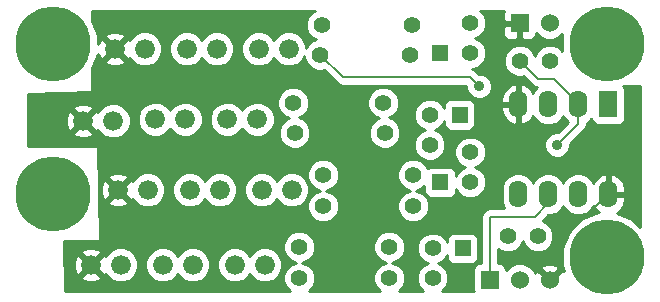
<source format=gtl>
G04 (created by PCBNEW-RS274X (2011-05-25)-stable) date Wed 26 Dec 2012 09:03:40 PM EST*
G01*
G70*
G90*
%MOIN*%
G04 Gerber Fmt 3.4, Leading zero omitted, Abs format*
%FSLAX34Y34*%
G04 APERTURE LIST*
%ADD10C,0.006000*%
%ADD11C,0.250000*%
%ADD12R,0.055000X0.055000*%
%ADD13C,0.055000*%
%ADD14R,0.062000X0.090000*%
%ADD15O,0.062000X0.090000*%
%ADD16R,0.060000X0.060000*%
%ADD17C,0.060000*%
%ADD18C,0.066000*%
%ADD19C,0.035000*%
%ADD20C,0.008000*%
%ADD21C,0.010000*%
G04 APERTURE END LIST*
G54D10*
G54D11*
X64250Y-32400D03*
X64250Y-27400D03*
X82700Y-27400D03*
X82700Y-34500D03*
G54D12*
X77900Y-34200D03*
G54D13*
X76900Y-34200D03*
X76900Y-35200D03*
G54D12*
X77150Y-32000D03*
G54D13*
X78150Y-32000D03*
X78150Y-31000D03*
G54D12*
X77800Y-29750D03*
G54D13*
X76800Y-29750D03*
X76800Y-30750D03*
G54D12*
X77150Y-27700D03*
G54D13*
X78150Y-27700D03*
X78150Y-26700D03*
X80400Y-33800D03*
X79400Y-33800D03*
X79800Y-27950D03*
X80800Y-27950D03*
G54D14*
X82750Y-29400D03*
G54D15*
X81750Y-29400D03*
X80750Y-29400D03*
X79750Y-29400D03*
X79750Y-32400D03*
X80750Y-32400D03*
X81750Y-32400D03*
X82750Y-32400D03*
G54D16*
X79800Y-26700D03*
G54D17*
X80800Y-26700D03*
G54D16*
X78800Y-35250D03*
G54D17*
X79800Y-35250D03*
X80800Y-35250D03*
G54D13*
X76150Y-27750D03*
X73150Y-27750D03*
X75300Y-30350D03*
X72300Y-30350D03*
X76250Y-32800D03*
X73250Y-32800D03*
X75450Y-35200D03*
X72450Y-35200D03*
X73200Y-26750D03*
X76200Y-26750D03*
X72250Y-29350D03*
X75250Y-29350D03*
X73250Y-31750D03*
X76250Y-31750D03*
X72450Y-34150D03*
X75450Y-34150D03*
G54D18*
X66400Y-32250D03*
X67400Y-32250D03*
X70300Y-34750D03*
X71300Y-34750D03*
X67900Y-34750D03*
X68900Y-34750D03*
X65500Y-34750D03*
X66500Y-34750D03*
X71200Y-32250D03*
X72200Y-32250D03*
X68800Y-32250D03*
X69800Y-32250D03*
X70050Y-29900D03*
X71050Y-29900D03*
X67650Y-29900D03*
X68650Y-29900D03*
X65250Y-29950D03*
X66250Y-29950D03*
X71100Y-27550D03*
X72100Y-27550D03*
X68700Y-27550D03*
X69700Y-27550D03*
X66300Y-27550D03*
X67300Y-27550D03*
G54D19*
X78450Y-28800D03*
X81050Y-30750D03*
G54D20*
X73900Y-28500D02*
X73150Y-27750D01*
X78150Y-28500D02*
X73900Y-28500D01*
X78450Y-28800D02*
X78150Y-28500D01*
X78800Y-35250D02*
X78800Y-33150D01*
X80750Y-32700D02*
X80750Y-32400D01*
X80300Y-33150D02*
X80750Y-32700D01*
X79800Y-33150D02*
X80300Y-33150D01*
X78800Y-33150D02*
X79800Y-33150D01*
X81750Y-29400D02*
X81750Y-30050D01*
X81750Y-30050D02*
X81050Y-30750D01*
X81750Y-29400D02*
X81750Y-29350D01*
X80400Y-28550D02*
X79800Y-27950D01*
X80950Y-28550D02*
X80400Y-28550D01*
X81750Y-29350D02*
X80950Y-28550D01*
X82750Y-32300D02*
X82750Y-32400D01*
X82750Y-32400D02*
X82250Y-32900D01*
G54D10*
G36*
X82448Y-33000D02*
X82403Y-33000D01*
X81852Y-33228D01*
X81429Y-33649D01*
X81201Y-34200D01*
X81200Y-34797D01*
X81271Y-34968D01*
X81178Y-34942D01*
X81108Y-35012D01*
X81108Y-34872D01*
X81081Y-34778D01*
X80879Y-34707D01*
X80666Y-34718D01*
X80519Y-34778D01*
X80492Y-34872D01*
X80800Y-35179D01*
X81108Y-34872D01*
X81108Y-35012D01*
X80871Y-35250D01*
X80800Y-35321D01*
X80729Y-35250D01*
X80694Y-35215D01*
X80422Y-34942D01*
X80328Y-34969D01*
X80304Y-35034D01*
X80265Y-34939D01*
X80111Y-34785D01*
X79909Y-34701D01*
X79691Y-34701D01*
X79489Y-34785D01*
X79349Y-34925D01*
X79349Y-34901D01*
X79311Y-34809D01*
X79241Y-34739D01*
X79150Y-34701D01*
X79090Y-34701D01*
X79090Y-34232D01*
X79102Y-34245D01*
X79295Y-34325D01*
X79504Y-34325D01*
X79697Y-34245D01*
X79845Y-34098D01*
X79900Y-33964D01*
X79955Y-34097D01*
X80102Y-34245D01*
X80295Y-34325D01*
X80504Y-34325D01*
X80697Y-34245D01*
X80845Y-34098D01*
X80925Y-33905D01*
X80925Y-33696D01*
X80845Y-33503D01*
X80698Y-33355D01*
X80561Y-33298D01*
X80758Y-33102D01*
X80859Y-33102D01*
X81061Y-33018D01*
X81215Y-32864D01*
X81250Y-32779D01*
X81285Y-32864D01*
X81439Y-33018D01*
X81641Y-33102D01*
X81859Y-33102D01*
X82061Y-33018D01*
X82215Y-32864D01*
X82248Y-32784D01*
X82368Y-32950D01*
X82448Y-33000D01*
X82448Y-33000D01*
G37*
G54D21*
X82448Y-33000D02*
X82403Y-33000D01*
X81852Y-33228D01*
X81429Y-33649D01*
X81201Y-34200D01*
X81200Y-34797D01*
X81271Y-34968D01*
X81178Y-34942D01*
X81108Y-35012D01*
X81108Y-34872D01*
X81081Y-34778D01*
X80879Y-34707D01*
X80666Y-34718D01*
X80519Y-34778D01*
X80492Y-34872D01*
X80800Y-35179D01*
X81108Y-34872D01*
X81108Y-35012D01*
X80871Y-35250D01*
X80800Y-35321D01*
X80729Y-35250D01*
X80694Y-35215D01*
X80422Y-34942D01*
X80328Y-34969D01*
X80304Y-35034D01*
X80265Y-34939D01*
X80111Y-34785D01*
X79909Y-34701D01*
X79691Y-34701D01*
X79489Y-34785D01*
X79349Y-34925D01*
X79349Y-34901D01*
X79311Y-34809D01*
X79241Y-34739D01*
X79150Y-34701D01*
X79090Y-34701D01*
X79090Y-34232D01*
X79102Y-34245D01*
X79295Y-34325D01*
X79504Y-34325D01*
X79697Y-34245D01*
X79845Y-34098D01*
X79900Y-33964D01*
X79955Y-34097D01*
X80102Y-34245D01*
X80295Y-34325D01*
X80504Y-34325D01*
X80697Y-34245D01*
X80845Y-34098D01*
X80925Y-33905D01*
X80925Y-33696D01*
X80845Y-33503D01*
X80698Y-33355D01*
X80561Y-33298D01*
X80758Y-33102D01*
X80859Y-33102D01*
X81061Y-33018D01*
X81215Y-32864D01*
X81250Y-32779D01*
X81285Y-32864D01*
X81439Y-33018D01*
X81641Y-33102D01*
X81859Y-33102D01*
X82061Y-33018D01*
X82215Y-32864D01*
X82248Y-32784D01*
X82368Y-32950D01*
X82448Y-33000D01*
G54D10*
G36*
X83825Y-33504D02*
X83551Y-33229D01*
X83029Y-33013D01*
X83132Y-32950D01*
X83260Y-32773D01*
X83310Y-32560D01*
X83310Y-32450D01*
X83310Y-32350D01*
X83310Y-32240D01*
X83260Y-32027D01*
X83132Y-31850D01*
X82946Y-31735D01*
X82887Y-31718D01*
X82800Y-31765D01*
X82800Y-32350D01*
X83310Y-32350D01*
X83310Y-32450D01*
X82850Y-32450D01*
X82800Y-32450D01*
X82700Y-32450D01*
X82700Y-32350D01*
X82700Y-32300D01*
X82700Y-31765D01*
X82613Y-31718D01*
X82554Y-31735D01*
X82368Y-31850D01*
X82248Y-32015D01*
X82215Y-31936D01*
X82061Y-31782D01*
X81859Y-31698D01*
X81641Y-31698D01*
X81439Y-31782D01*
X81285Y-31936D01*
X81250Y-32020D01*
X81215Y-31936D01*
X81061Y-31782D01*
X80859Y-31698D01*
X80641Y-31698D01*
X80439Y-31782D01*
X80285Y-31936D01*
X80250Y-32020D01*
X80215Y-31936D01*
X80061Y-31782D01*
X79859Y-31698D01*
X79700Y-31698D01*
X79700Y-30035D01*
X79700Y-29450D01*
X79700Y-29350D01*
X79700Y-28765D01*
X79613Y-28718D01*
X79554Y-28735D01*
X79368Y-28850D01*
X79240Y-29027D01*
X79190Y-29240D01*
X79190Y-29350D01*
X79700Y-29350D01*
X79700Y-29450D01*
X79190Y-29450D01*
X79190Y-29560D01*
X79240Y-29773D01*
X79368Y-29950D01*
X79554Y-30065D01*
X79613Y-30082D01*
X79700Y-30035D01*
X79700Y-31698D01*
X79641Y-31698D01*
X79439Y-31782D01*
X79285Y-31936D01*
X79201Y-32138D01*
X79201Y-32356D01*
X79201Y-32662D01*
X79283Y-32860D01*
X78800Y-32860D01*
X78689Y-32882D01*
X78675Y-32891D01*
X78675Y-32105D01*
X78675Y-31896D01*
X78595Y-31703D01*
X78448Y-31555D01*
X78314Y-31499D01*
X78447Y-31445D01*
X78595Y-31298D01*
X78675Y-31105D01*
X78675Y-30896D01*
X78595Y-30703D01*
X78448Y-30555D01*
X78324Y-30503D01*
X78324Y-30075D01*
X78324Y-29976D01*
X78324Y-29426D01*
X78286Y-29334D01*
X78216Y-29264D01*
X78125Y-29226D01*
X78026Y-29226D01*
X77476Y-29226D01*
X77384Y-29264D01*
X77314Y-29334D01*
X77276Y-29425D01*
X77276Y-29524D01*
X77276Y-29527D01*
X77245Y-29453D01*
X77098Y-29305D01*
X76905Y-29225D01*
X76696Y-29225D01*
X76503Y-29305D01*
X76355Y-29452D01*
X76275Y-29645D01*
X76275Y-29854D01*
X76355Y-30047D01*
X76502Y-30195D01*
X76635Y-30250D01*
X76503Y-30305D01*
X76355Y-30452D01*
X76275Y-30645D01*
X76275Y-30854D01*
X76355Y-31047D01*
X76502Y-31195D01*
X76695Y-31275D01*
X76904Y-31275D01*
X77097Y-31195D01*
X77245Y-31048D01*
X77325Y-30855D01*
X77325Y-30646D01*
X77245Y-30453D01*
X77098Y-30305D01*
X76964Y-30249D01*
X77097Y-30195D01*
X77245Y-30048D01*
X77276Y-29973D01*
X77276Y-30074D01*
X77314Y-30166D01*
X77384Y-30236D01*
X77475Y-30274D01*
X77574Y-30274D01*
X78124Y-30274D01*
X78216Y-30236D01*
X78286Y-30166D01*
X78324Y-30075D01*
X78324Y-30503D01*
X78255Y-30475D01*
X78046Y-30475D01*
X77853Y-30555D01*
X77705Y-30702D01*
X77625Y-30895D01*
X77625Y-31104D01*
X77705Y-31297D01*
X77852Y-31445D01*
X77985Y-31500D01*
X77853Y-31555D01*
X77705Y-31702D01*
X77674Y-31776D01*
X77674Y-31676D01*
X77636Y-31584D01*
X77566Y-31514D01*
X77475Y-31476D01*
X77376Y-31476D01*
X76826Y-31476D01*
X76734Y-31514D01*
X76724Y-31523D01*
X76695Y-31453D01*
X76548Y-31305D01*
X76355Y-31225D01*
X76146Y-31225D01*
X75953Y-31305D01*
X75825Y-31432D01*
X75825Y-30455D01*
X75825Y-30246D01*
X75745Y-30053D01*
X75598Y-29905D01*
X75439Y-29839D01*
X75547Y-29795D01*
X75695Y-29648D01*
X75775Y-29455D01*
X75775Y-29246D01*
X75695Y-29053D01*
X75548Y-28905D01*
X75355Y-28825D01*
X75146Y-28825D01*
X74953Y-28905D01*
X74805Y-29052D01*
X74725Y-29245D01*
X74725Y-29454D01*
X74805Y-29647D01*
X74952Y-29795D01*
X75110Y-29860D01*
X75003Y-29905D01*
X74855Y-30052D01*
X74775Y-30245D01*
X74775Y-30454D01*
X74855Y-30647D01*
X75002Y-30795D01*
X75195Y-30875D01*
X75404Y-30875D01*
X75597Y-30795D01*
X75745Y-30648D01*
X75825Y-30455D01*
X75825Y-31432D01*
X75805Y-31452D01*
X75725Y-31645D01*
X75725Y-31854D01*
X75805Y-32047D01*
X75952Y-32195D01*
X76145Y-32275D01*
X75953Y-32355D01*
X75805Y-32502D01*
X75725Y-32695D01*
X75725Y-32904D01*
X75805Y-33097D01*
X75952Y-33245D01*
X76145Y-33325D01*
X76354Y-33325D01*
X76547Y-33245D01*
X76695Y-33098D01*
X76775Y-32905D01*
X76775Y-32696D01*
X76695Y-32503D01*
X76548Y-32355D01*
X76355Y-32275D01*
X76354Y-32275D01*
X76547Y-32195D01*
X76626Y-32116D01*
X76626Y-32324D01*
X76664Y-32416D01*
X76734Y-32486D01*
X76825Y-32524D01*
X76924Y-32524D01*
X77474Y-32524D01*
X77566Y-32486D01*
X77636Y-32416D01*
X77674Y-32325D01*
X77674Y-32226D01*
X77674Y-32222D01*
X77705Y-32297D01*
X77852Y-32445D01*
X78045Y-32525D01*
X78254Y-32525D01*
X78447Y-32445D01*
X78595Y-32298D01*
X78675Y-32105D01*
X78675Y-32891D01*
X78595Y-32945D01*
X78532Y-33039D01*
X78510Y-33150D01*
X78510Y-34701D01*
X78451Y-34701D01*
X78359Y-34739D01*
X78289Y-34809D01*
X78251Y-34900D01*
X78251Y-34999D01*
X78251Y-35599D01*
X78261Y-35625D01*
X77217Y-35625D01*
X77345Y-35498D01*
X77425Y-35305D01*
X77425Y-35096D01*
X77345Y-34903D01*
X77198Y-34755D01*
X77064Y-34699D01*
X77197Y-34645D01*
X77345Y-34498D01*
X77376Y-34423D01*
X77376Y-34524D01*
X77414Y-34616D01*
X77484Y-34686D01*
X77575Y-34724D01*
X77674Y-34724D01*
X78224Y-34724D01*
X78316Y-34686D01*
X78386Y-34616D01*
X78424Y-34525D01*
X78424Y-34426D01*
X78424Y-33876D01*
X78386Y-33784D01*
X78316Y-33714D01*
X78225Y-33676D01*
X78126Y-33676D01*
X77576Y-33676D01*
X77484Y-33714D01*
X77414Y-33784D01*
X77376Y-33875D01*
X77376Y-33974D01*
X77376Y-33977D01*
X77345Y-33903D01*
X77198Y-33755D01*
X77005Y-33675D01*
X76796Y-33675D01*
X76603Y-33755D01*
X76455Y-33902D01*
X76375Y-34095D01*
X76375Y-34304D01*
X76455Y-34497D01*
X76602Y-34645D01*
X76735Y-34700D01*
X76603Y-34755D01*
X76455Y-34902D01*
X76375Y-35095D01*
X76375Y-35304D01*
X76455Y-35497D01*
X76582Y-35625D01*
X75767Y-35625D01*
X75895Y-35498D01*
X75975Y-35305D01*
X75975Y-35096D01*
X75895Y-34903D01*
X75748Y-34755D01*
X75555Y-34675D01*
X75554Y-34675D01*
X75747Y-34595D01*
X75895Y-34448D01*
X75975Y-34255D01*
X75975Y-34046D01*
X75895Y-33853D01*
X75748Y-33705D01*
X75555Y-33625D01*
X75346Y-33625D01*
X75153Y-33705D01*
X75005Y-33852D01*
X74925Y-34045D01*
X74925Y-34254D01*
X75005Y-34447D01*
X75152Y-34595D01*
X75345Y-34675D01*
X75153Y-34755D01*
X75005Y-34902D01*
X74925Y-35095D01*
X74925Y-35304D01*
X75005Y-35497D01*
X75132Y-35625D01*
X73775Y-35625D01*
X73775Y-32905D01*
X73775Y-32696D01*
X73695Y-32503D01*
X73548Y-32355D01*
X73355Y-32275D01*
X73354Y-32275D01*
X73547Y-32195D01*
X73695Y-32048D01*
X73775Y-31855D01*
X73775Y-31646D01*
X73695Y-31453D01*
X73548Y-31305D01*
X73355Y-31225D01*
X73146Y-31225D01*
X72953Y-31305D01*
X72825Y-31432D01*
X72825Y-30455D01*
X72825Y-30246D01*
X72745Y-30053D01*
X72598Y-29905D01*
X72439Y-29839D01*
X72547Y-29795D01*
X72695Y-29648D01*
X72775Y-29455D01*
X72775Y-29246D01*
X72695Y-29053D01*
X72548Y-28905D01*
X72355Y-28825D01*
X72146Y-28825D01*
X71953Y-28905D01*
X71805Y-29052D01*
X71725Y-29245D01*
X71725Y-29454D01*
X71805Y-29647D01*
X71952Y-29795D01*
X72110Y-29860D01*
X72003Y-29905D01*
X71855Y-30052D01*
X71775Y-30245D01*
X71775Y-30454D01*
X71855Y-30647D01*
X72002Y-30795D01*
X72195Y-30875D01*
X72404Y-30875D01*
X72597Y-30795D01*
X72745Y-30648D01*
X72825Y-30455D01*
X72825Y-31432D01*
X72805Y-31452D01*
X72725Y-31645D01*
X72725Y-31854D01*
X72805Y-32047D01*
X72952Y-32195D01*
X73145Y-32275D01*
X72953Y-32355D01*
X72805Y-32502D01*
X72780Y-32562D01*
X72780Y-32366D01*
X72780Y-32135D01*
X72692Y-31922D01*
X72529Y-31759D01*
X72316Y-31670D01*
X72085Y-31670D01*
X71872Y-31758D01*
X71709Y-31921D01*
X71700Y-31941D01*
X71692Y-31922D01*
X71630Y-31860D01*
X71630Y-30016D01*
X71630Y-29785D01*
X71542Y-29572D01*
X71379Y-29409D01*
X71166Y-29320D01*
X70935Y-29320D01*
X70722Y-29408D01*
X70559Y-29571D01*
X70550Y-29591D01*
X70542Y-29572D01*
X70379Y-29409D01*
X70280Y-29367D01*
X70280Y-27666D01*
X70280Y-27435D01*
X70192Y-27222D01*
X70029Y-27059D01*
X69816Y-26970D01*
X69585Y-26970D01*
X69372Y-27058D01*
X69209Y-27221D01*
X69200Y-27241D01*
X69192Y-27222D01*
X69029Y-27059D01*
X68816Y-26970D01*
X68585Y-26970D01*
X68372Y-27058D01*
X68209Y-27221D01*
X68120Y-27434D01*
X68120Y-27665D01*
X68208Y-27878D01*
X68371Y-28041D01*
X68584Y-28130D01*
X68815Y-28130D01*
X69028Y-28042D01*
X69191Y-27879D01*
X69199Y-27858D01*
X69208Y-27878D01*
X69371Y-28041D01*
X69584Y-28130D01*
X69815Y-28130D01*
X70028Y-28042D01*
X70191Y-27879D01*
X70280Y-27666D01*
X70280Y-29367D01*
X70166Y-29320D01*
X69935Y-29320D01*
X69722Y-29408D01*
X69559Y-29571D01*
X69470Y-29784D01*
X69470Y-30015D01*
X69558Y-30228D01*
X69721Y-30391D01*
X69934Y-30480D01*
X70165Y-30480D01*
X70378Y-30392D01*
X70541Y-30229D01*
X70549Y-30208D01*
X70558Y-30228D01*
X70721Y-30391D01*
X70934Y-30480D01*
X71165Y-30480D01*
X71378Y-30392D01*
X71541Y-30229D01*
X71630Y-30016D01*
X71630Y-31860D01*
X71529Y-31759D01*
X71316Y-31670D01*
X71085Y-31670D01*
X70872Y-31758D01*
X70709Y-31921D01*
X70620Y-32134D01*
X70620Y-32365D01*
X70708Y-32578D01*
X70871Y-32741D01*
X71084Y-32830D01*
X71315Y-32830D01*
X71528Y-32742D01*
X71691Y-32579D01*
X71699Y-32558D01*
X71708Y-32578D01*
X71871Y-32741D01*
X72084Y-32830D01*
X72315Y-32830D01*
X72528Y-32742D01*
X72691Y-32579D01*
X72780Y-32366D01*
X72780Y-32562D01*
X72725Y-32695D01*
X72725Y-32904D01*
X72805Y-33097D01*
X72952Y-33245D01*
X73145Y-33325D01*
X73354Y-33325D01*
X73547Y-33245D01*
X73695Y-33098D01*
X73775Y-32905D01*
X73775Y-35625D01*
X72767Y-35625D01*
X72895Y-35498D01*
X72975Y-35305D01*
X72975Y-35096D01*
X72895Y-34903D01*
X72748Y-34755D01*
X72555Y-34675D01*
X72554Y-34675D01*
X72747Y-34595D01*
X72895Y-34448D01*
X72975Y-34255D01*
X72975Y-34046D01*
X72895Y-33853D01*
X72748Y-33705D01*
X72555Y-33625D01*
X72346Y-33625D01*
X72153Y-33705D01*
X72005Y-33852D01*
X71925Y-34045D01*
X71925Y-34254D01*
X72005Y-34447D01*
X72152Y-34595D01*
X72345Y-34675D01*
X72153Y-34755D01*
X72005Y-34902D01*
X71925Y-35095D01*
X71925Y-35304D01*
X72005Y-35497D01*
X72132Y-35625D01*
X71880Y-35625D01*
X71880Y-34866D01*
X71880Y-34635D01*
X71792Y-34422D01*
X71629Y-34259D01*
X71416Y-34170D01*
X71185Y-34170D01*
X70972Y-34258D01*
X70809Y-34421D01*
X70800Y-34441D01*
X70792Y-34422D01*
X70629Y-34259D01*
X70416Y-34170D01*
X70380Y-34170D01*
X70380Y-32366D01*
X70380Y-32135D01*
X70292Y-31922D01*
X70129Y-31759D01*
X69916Y-31670D01*
X69685Y-31670D01*
X69472Y-31758D01*
X69309Y-31921D01*
X69300Y-31941D01*
X69292Y-31922D01*
X69230Y-31860D01*
X69230Y-30016D01*
X69230Y-29785D01*
X69142Y-29572D01*
X68979Y-29409D01*
X68766Y-29320D01*
X68535Y-29320D01*
X68322Y-29408D01*
X68159Y-29571D01*
X68150Y-29591D01*
X68142Y-29572D01*
X67979Y-29409D01*
X67880Y-29367D01*
X67880Y-27666D01*
X67880Y-27435D01*
X67792Y-27222D01*
X67629Y-27059D01*
X67416Y-26970D01*
X67185Y-26970D01*
X66972Y-27058D01*
X66809Y-27221D01*
X66796Y-27252D01*
X66700Y-27221D01*
X66629Y-27292D01*
X66629Y-27150D01*
X66598Y-27054D01*
X66386Y-26977D01*
X66161Y-26988D01*
X66002Y-27054D01*
X65971Y-27150D01*
X66300Y-27479D01*
X66629Y-27150D01*
X66629Y-27292D01*
X66371Y-27550D01*
X66700Y-27879D01*
X66795Y-27848D01*
X66796Y-27848D01*
X66808Y-27878D01*
X66971Y-28041D01*
X67184Y-28130D01*
X67415Y-28130D01*
X67628Y-28042D01*
X67791Y-27879D01*
X67880Y-27666D01*
X67880Y-29367D01*
X67766Y-29320D01*
X67535Y-29320D01*
X67322Y-29408D01*
X67159Y-29571D01*
X67070Y-29784D01*
X67070Y-30015D01*
X67158Y-30228D01*
X67321Y-30391D01*
X67534Y-30480D01*
X67765Y-30480D01*
X67978Y-30392D01*
X68141Y-30229D01*
X68149Y-30208D01*
X68158Y-30228D01*
X68321Y-30391D01*
X68534Y-30480D01*
X68765Y-30480D01*
X68978Y-30392D01*
X69141Y-30229D01*
X69230Y-30016D01*
X69230Y-31860D01*
X69129Y-31759D01*
X68916Y-31670D01*
X68685Y-31670D01*
X68472Y-31758D01*
X68309Y-31921D01*
X68220Y-32134D01*
X68220Y-32365D01*
X68308Y-32578D01*
X68471Y-32741D01*
X68684Y-32830D01*
X68915Y-32830D01*
X69128Y-32742D01*
X69291Y-32579D01*
X69299Y-32558D01*
X69308Y-32578D01*
X69471Y-32741D01*
X69684Y-32830D01*
X69915Y-32830D01*
X70128Y-32742D01*
X70291Y-32579D01*
X70380Y-32366D01*
X70380Y-34170D01*
X70185Y-34170D01*
X69972Y-34258D01*
X69809Y-34421D01*
X69720Y-34634D01*
X69720Y-34865D01*
X69808Y-35078D01*
X69971Y-35241D01*
X70184Y-35330D01*
X70415Y-35330D01*
X70628Y-35242D01*
X70791Y-35079D01*
X70799Y-35058D01*
X70808Y-35078D01*
X70971Y-35241D01*
X71184Y-35330D01*
X71415Y-35330D01*
X71628Y-35242D01*
X71791Y-35079D01*
X71880Y-34866D01*
X71880Y-35625D01*
X69480Y-35625D01*
X69480Y-34866D01*
X69480Y-34635D01*
X69392Y-34422D01*
X69229Y-34259D01*
X69016Y-34170D01*
X68785Y-34170D01*
X68572Y-34258D01*
X68409Y-34421D01*
X68400Y-34441D01*
X68392Y-34422D01*
X68229Y-34259D01*
X68016Y-34170D01*
X67980Y-34170D01*
X67980Y-32366D01*
X67980Y-32135D01*
X67892Y-31922D01*
X67729Y-31759D01*
X67516Y-31670D01*
X67285Y-31670D01*
X67072Y-31758D01*
X66909Y-31921D01*
X66896Y-31952D01*
X66830Y-31930D01*
X66830Y-30066D01*
X66830Y-29835D01*
X66742Y-29622D01*
X66629Y-29509D01*
X66629Y-27950D01*
X66300Y-27621D01*
X65971Y-27950D01*
X66002Y-28046D01*
X66214Y-28123D01*
X66439Y-28112D01*
X66598Y-28046D01*
X66629Y-27950D01*
X66629Y-29509D01*
X66579Y-29459D01*
X66366Y-29370D01*
X66135Y-29370D01*
X65922Y-29458D01*
X65759Y-29621D01*
X65746Y-29652D01*
X65650Y-29621D01*
X65579Y-29692D01*
X65579Y-29550D01*
X65548Y-29454D01*
X65336Y-29377D01*
X65111Y-29388D01*
X64952Y-29454D01*
X64921Y-29550D01*
X65250Y-29879D01*
X65579Y-29550D01*
X65579Y-29692D01*
X65321Y-29950D01*
X65650Y-30279D01*
X65745Y-30248D01*
X65746Y-30248D01*
X65758Y-30278D01*
X65921Y-30441D01*
X66134Y-30530D01*
X66365Y-30530D01*
X66578Y-30442D01*
X66741Y-30279D01*
X66830Y-30066D01*
X66830Y-31930D01*
X66800Y-31921D01*
X66729Y-31992D01*
X66729Y-31850D01*
X66698Y-31754D01*
X66486Y-31677D01*
X66261Y-31688D01*
X66102Y-31754D01*
X66071Y-31850D01*
X66400Y-32179D01*
X66729Y-31850D01*
X66729Y-31992D01*
X66471Y-32250D01*
X66800Y-32579D01*
X66895Y-32548D01*
X66896Y-32548D01*
X66908Y-32578D01*
X67071Y-32741D01*
X67284Y-32830D01*
X67515Y-32830D01*
X67728Y-32742D01*
X67891Y-32579D01*
X67980Y-32366D01*
X67980Y-34170D01*
X67785Y-34170D01*
X67572Y-34258D01*
X67409Y-34421D01*
X67320Y-34634D01*
X67320Y-34865D01*
X67408Y-35078D01*
X67571Y-35241D01*
X67784Y-35330D01*
X68015Y-35330D01*
X68228Y-35242D01*
X68391Y-35079D01*
X68399Y-35058D01*
X68408Y-35078D01*
X68571Y-35241D01*
X68784Y-35330D01*
X69015Y-35330D01*
X69228Y-35242D01*
X69391Y-35079D01*
X69480Y-34866D01*
X69480Y-35625D01*
X67080Y-35625D01*
X67080Y-34866D01*
X67080Y-34635D01*
X66992Y-34422D01*
X66829Y-34259D01*
X66729Y-34217D01*
X66729Y-32650D01*
X66400Y-32321D01*
X66329Y-32392D01*
X66329Y-32250D01*
X66000Y-31921D01*
X65904Y-31952D01*
X65827Y-32164D01*
X65838Y-32389D01*
X65904Y-32548D01*
X66000Y-32579D01*
X66329Y-32250D01*
X66329Y-32392D01*
X66071Y-32650D01*
X66102Y-32746D01*
X66314Y-32823D01*
X66539Y-32812D01*
X66698Y-32746D01*
X66729Y-32650D01*
X66729Y-34217D01*
X66616Y-34170D01*
X66385Y-34170D01*
X66172Y-34258D01*
X66009Y-34421D01*
X65996Y-34452D01*
X65900Y-34421D01*
X65829Y-34492D01*
X65829Y-34350D01*
X65798Y-34254D01*
X65586Y-34177D01*
X65361Y-34188D01*
X65202Y-34254D01*
X65171Y-34350D01*
X65500Y-34679D01*
X65829Y-34350D01*
X65829Y-34492D01*
X65571Y-34750D01*
X65900Y-35079D01*
X65995Y-35048D01*
X65996Y-35048D01*
X66008Y-35078D01*
X66171Y-35241D01*
X66384Y-35330D01*
X66615Y-35330D01*
X66828Y-35242D01*
X66991Y-35079D01*
X67080Y-34866D01*
X67080Y-35625D01*
X65829Y-35625D01*
X65829Y-35150D01*
X65500Y-34821D01*
X65429Y-34892D01*
X65429Y-34750D01*
X65100Y-34421D01*
X65004Y-34452D01*
X64927Y-34664D01*
X64938Y-34889D01*
X65004Y-35048D01*
X65100Y-35079D01*
X65429Y-34750D01*
X65429Y-34892D01*
X65171Y-35150D01*
X65202Y-35246D01*
X65414Y-35323D01*
X65639Y-35312D01*
X65798Y-35246D01*
X65829Y-35150D01*
X65829Y-35625D01*
X64642Y-35625D01*
X64601Y-33950D01*
X65801Y-33950D01*
X65749Y-30800D01*
X65579Y-30800D01*
X65579Y-30350D01*
X65250Y-30021D01*
X65179Y-30092D01*
X65179Y-29950D01*
X64850Y-29621D01*
X64754Y-29652D01*
X64677Y-29864D01*
X64688Y-30089D01*
X64754Y-30248D01*
X64850Y-30279D01*
X65179Y-29950D01*
X65179Y-30092D01*
X64921Y-30350D01*
X64952Y-30446D01*
X65164Y-30523D01*
X65389Y-30512D01*
X65548Y-30446D01*
X65579Y-30350D01*
X65579Y-30800D01*
X63400Y-30800D01*
X63400Y-29049D01*
X65550Y-28999D01*
X65550Y-28180D01*
X65745Y-27707D01*
X65804Y-27848D01*
X65900Y-27879D01*
X66229Y-27550D01*
X65900Y-27221D01*
X65804Y-27252D01*
X65749Y-27402D01*
X65750Y-27103D01*
X65550Y-26619D01*
X65550Y-26275D01*
X72975Y-26275D01*
X72903Y-26305D01*
X72755Y-26452D01*
X72675Y-26645D01*
X72675Y-26854D01*
X72755Y-27047D01*
X72902Y-27195D01*
X73010Y-27239D01*
X72853Y-27305D01*
X72705Y-27452D01*
X72680Y-27512D01*
X72680Y-27435D01*
X72592Y-27222D01*
X72429Y-27059D01*
X72216Y-26970D01*
X71985Y-26970D01*
X71772Y-27058D01*
X71609Y-27221D01*
X71600Y-27241D01*
X71592Y-27222D01*
X71429Y-27059D01*
X71216Y-26970D01*
X70985Y-26970D01*
X70772Y-27058D01*
X70609Y-27221D01*
X70520Y-27434D01*
X70520Y-27665D01*
X70608Y-27878D01*
X70771Y-28041D01*
X70984Y-28130D01*
X71215Y-28130D01*
X71428Y-28042D01*
X71591Y-27879D01*
X71599Y-27858D01*
X71608Y-27878D01*
X71771Y-28041D01*
X71984Y-28130D01*
X72215Y-28130D01*
X72428Y-28042D01*
X72591Y-27879D01*
X72625Y-27797D01*
X72625Y-27854D01*
X72705Y-28047D01*
X72852Y-28195D01*
X73045Y-28275D01*
X73254Y-28275D01*
X73261Y-28271D01*
X73694Y-28705D01*
X73695Y-28705D01*
X73789Y-28768D01*
X73900Y-28790D01*
X78025Y-28790D01*
X78025Y-28884D01*
X78089Y-29040D01*
X78209Y-29160D01*
X78365Y-29225D01*
X78534Y-29225D01*
X78690Y-29161D01*
X78810Y-29041D01*
X78875Y-28885D01*
X78875Y-28716D01*
X78811Y-28560D01*
X78691Y-28440D01*
X78535Y-28375D01*
X78435Y-28375D01*
X78355Y-28295D01*
X78261Y-28232D01*
X78225Y-28225D01*
X78254Y-28225D01*
X78447Y-28145D01*
X78595Y-27998D01*
X78675Y-27805D01*
X78675Y-27596D01*
X78595Y-27403D01*
X78448Y-27255D01*
X78314Y-27199D01*
X78447Y-27145D01*
X78595Y-26998D01*
X78675Y-26805D01*
X78675Y-26596D01*
X78595Y-26403D01*
X78467Y-26275D01*
X79282Y-26275D01*
X79251Y-26350D01*
X79251Y-26449D01*
X79250Y-26588D01*
X79312Y-26650D01*
X79700Y-26650D01*
X79750Y-26650D01*
X79850Y-26650D01*
X79850Y-26750D01*
X79850Y-26800D01*
X79850Y-27188D01*
X79912Y-27250D01*
X80149Y-27249D01*
X80241Y-27211D01*
X80311Y-27141D01*
X80349Y-27050D01*
X80349Y-27025D01*
X80489Y-27165D01*
X80691Y-27249D01*
X80909Y-27249D01*
X81111Y-27165D01*
X81218Y-27057D01*
X81201Y-27100D01*
X81200Y-27607D01*
X81098Y-27505D01*
X80905Y-27425D01*
X80696Y-27425D01*
X80503Y-27505D01*
X80355Y-27652D01*
X80299Y-27785D01*
X80245Y-27653D01*
X80098Y-27505D01*
X79905Y-27425D01*
X79750Y-27425D01*
X79750Y-27188D01*
X79750Y-26750D01*
X79312Y-26750D01*
X79250Y-26812D01*
X79251Y-26951D01*
X79251Y-27050D01*
X79289Y-27141D01*
X79359Y-27211D01*
X79451Y-27249D01*
X79688Y-27250D01*
X79750Y-27188D01*
X79750Y-27425D01*
X79696Y-27425D01*
X79503Y-27505D01*
X79355Y-27652D01*
X79275Y-27845D01*
X79275Y-28054D01*
X79355Y-28247D01*
X79502Y-28395D01*
X79695Y-28475D01*
X79904Y-28475D01*
X79911Y-28471D01*
X80195Y-28755D01*
X80289Y-28818D01*
X80384Y-28836D01*
X80285Y-28936D01*
X80251Y-29015D01*
X80132Y-28850D01*
X79946Y-28735D01*
X79887Y-28718D01*
X79800Y-28765D01*
X79800Y-29300D01*
X79800Y-29350D01*
X79800Y-29450D01*
X79800Y-29500D01*
X79800Y-30035D01*
X79887Y-30082D01*
X79946Y-30065D01*
X80132Y-29950D01*
X80251Y-29784D01*
X80285Y-29864D01*
X80439Y-30018D01*
X80641Y-30102D01*
X80859Y-30102D01*
X81061Y-30018D01*
X81215Y-29864D01*
X81250Y-29779D01*
X81285Y-29864D01*
X81405Y-29984D01*
X81065Y-30325D01*
X80966Y-30325D01*
X80810Y-30389D01*
X80690Y-30509D01*
X80625Y-30665D01*
X80625Y-30834D01*
X80689Y-30990D01*
X80809Y-31110D01*
X80965Y-31175D01*
X81134Y-31175D01*
X81290Y-31111D01*
X81410Y-30991D01*
X81475Y-30835D01*
X81475Y-30735D01*
X81954Y-30256D01*
X81954Y-30255D01*
X81955Y-30255D01*
X82017Y-30162D01*
X82018Y-30161D01*
X82039Y-30051D01*
X82040Y-30050D01*
X82040Y-30026D01*
X82061Y-30018D01*
X82191Y-29888D01*
X82191Y-29899D01*
X82229Y-29991D01*
X82299Y-30061D01*
X82390Y-30099D01*
X82489Y-30099D01*
X83109Y-30099D01*
X83201Y-30061D01*
X83271Y-29991D01*
X83309Y-29900D01*
X83309Y-29801D01*
X83309Y-28901D01*
X83271Y-28809D01*
X83255Y-28793D01*
X83269Y-28787D01*
X83825Y-28798D01*
X83825Y-33504D01*
X83825Y-33504D01*
G37*
G54D21*
X83825Y-33504D02*
X83551Y-33229D01*
X83029Y-33013D01*
X83132Y-32950D01*
X83260Y-32773D01*
X83310Y-32560D01*
X83310Y-32450D01*
X83310Y-32350D01*
X83310Y-32240D01*
X83260Y-32027D01*
X83132Y-31850D01*
X82946Y-31735D01*
X82887Y-31718D01*
X82800Y-31765D01*
X82800Y-32350D01*
X83310Y-32350D01*
X83310Y-32450D01*
X82850Y-32450D01*
X82800Y-32450D01*
X82700Y-32450D01*
X82700Y-32350D01*
X82700Y-32300D01*
X82700Y-31765D01*
X82613Y-31718D01*
X82554Y-31735D01*
X82368Y-31850D01*
X82248Y-32015D01*
X82215Y-31936D01*
X82061Y-31782D01*
X81859Y-31698D01*
X81641Y-31698D01*
X81439Y-31782D01*
X81285Y-31936D01*
X81250Y-32020D01*
X81215Y-31936D01*
X81061Y-31782D01*
X80859Y-31698D01*
X80641Y-31698D01*
X80439Y-31782D01*
X80285Y-31936D01*
X80250Y-32020D01*
X80215Y-31936D01*
X80061Y-31782D01*
X79859Y-31698D01*
X79700Y-31698D01*
X79700Y-30035D01*
X79700Y-29450D01*
X79700Y-29350D01*
X79700Y-28765D01*
X79613Y-28718D01*
X79554Y-28735D01*
X79368Y-28850D01*
X79240Y-29027D01*
X79190Y-29240D01*
X79190Y-29350D01*
X79700Y-29350D01*
X79700Y-29450D01*
X79190Y-29450D01*
X79190Y-29560D01*
X79240Y-29773D01*
X79368Y-29950D01*
X79554Y-30065D01*
X79613Y-30082D01*
X79700Y-30035D01*
X79700Y-31698D01*
X79641Y-31698D01*
X79439Y-31782D01*
X79285Y-31936D01*
X79201Y-32138D01*
X79201Y-32356D01*
X79201Y-32662D01*
X79283Y-32860D01*
X78800Y-32860D01*
X78689Y-32882D01*
X78675Y-32891D01*
X78675Y-32105D01*
X78675Y-31896D01*
X78595Y-31703D01*
X78448Y-31555D01*
X78314Y-31499D01*
X78447Y-31445D01*
X78595Y-31298D01*
X78675Y-31105D01*
X78675Y-30896D01*
X78595Y-30703D01*
X78448Y-30555D01*
X78324Y-30503D01*
X78324Y-30075D01*
X78324Y-29976D01*
X78324Y-29426D01*
X78286Y-29334D01*
X78216Y-29264D01*
X78125Y-29226D01*
X78026Y-29226D01*
X77476Y-29226D01*
X77384Y-29264D01*
X77314Y-29334D01*
X77276Y-29425D01*
X77276Y-29524D01*
X77276Y-29527D01*
X77245Y-29453D01*
X77098Y-29305D01*
X76905Y-29225D01*
X76696Y-29225D01*
X76503Y-29305D01*
X76355Y-29452D01*
X76275Y-29645D01*
X76275Y-29854D01*
X76355Y-30047D01*
X76502Y-30195D01*
X76635Y-30250D01*
X76503Y-30305D01*
X76355Y-30452D01*
X76275Y-30645D01*
X76275Y-30854D01*
X76355Y-31047D01*
X76502Y-31195D01*
X76695Y-31275D01*
X76904Y-31275D01*
X77097Y-31195D01*
X77245Y-31048D01*
X77325Y-30855D01*
X77325Y-30646D01*
X77245Y-30453D01*
X77098Y-30305D01*
X76964Y-30249D01*
X77097Y-30195D01*
X77245Y-30048D01*
X77276Y-29973D01*
X77276Y-30074D01*
X77314Y-30166D01*
X77384Y-30236D01*
X77475Y-30274D01*
X77574Y-30274D01*
X78124Y-30274D01*
X78216Y-30236D01*
X78286Y-30166D01*
X78324Y-30075D01*
X78324Y-30503D01*
X78255Y-30475D01*
X78046Y-30475D01*
X77853Y-30555D01*
X77705Y-30702D01*
X77625Y-30895D01*
X77625Y-31104D01*
X77705Y-31297D01*
X77852Y-31445D01*
X77985Y-31500D01*
X77853Y-31555D01*
X77705Y-31702D01*
X77674Y-31776D01*
X77674Y-31676D01*
X77636Y-31584D01*
X77566Y-31514D01*
X77475Y-31476D01*
X77376Y-31476D01*
X76826Y-31476D01*
X76734Y-31514D01*
X76724Y-31523D01*
X76695Y-31453D01*
X76548Y-31305D01*
X76355Y-31225D01*
X76146Y-31225D01*
X75953Y-31305D01*
X75825Y-31432D01*
X75825Y-30455D01*
X75825Y-30246D01*
X75745Y-30053D01*
X75598Y-29905D01*
X75439Y-29839D01*
X75547Y-29795D01*
X75695Y-29648D01*
X75775Y-29455D01*
X75775Y-29246D01*
X75695Y-29053D01*
X75548Y-28905D01*
X75355Y-28825D01*
X75146Y-28825D01*
X74953Y-28905D01*
X74805Y-29052D01*
X74725Y-29245D01*
X74725Y-29454D01*
X74805Y-29647D01*
X74952Y-29795D01*
X75110Y-29860D01*
X75003Y-29905D01*
X74855Y-30052D01*
X74775Y-30245D01*
X74775Y-30454D01*
X74855Y-30647D01*
X75002Y-30795D01*
X75195Y-30875D01*
X75404Y-30875D01*
X75597Y-30795D01*
X75745Y-30648D01*
X75825Y-30455D01*
X75825Y-31432D01*
X75805Y-31452D01*
X75725Y-31645D01*
X75725Y-31854D01*
X75805Y-32047D01*
X75952Y-32195D01*
X76145Y-32275D01*
X75953Y-32355D01*
X75805Y-32502D01*
X75725Y-32695D01*
X75725Y-32904D01*
X75805Y-33097D01*
X75952Y-33245D01*
X76145Y-33325D01*
X76354Y-33325D01*
X76547Y-33245D01*
X76695Y-33098D01*
X76775Y-32905D01*
X76775Y-32696D01*
X76695Y-32503D01*
X76548Y-32355D01*
X76355Y-32275D01*
X76354Y-32275D01*
X76547Y-32195D01*
X76626Y-32116D01*
X76626Y-32324D01*
X76664Y-32416D01*
X76734Y-32486D01*
X76825Y-32524D01*
X76924Y-32524D01*
X77474Y-32524D01*
X77566Y-32486D01*
X77636Y-32416D01*
X77674Y-32325D01*
X77674Y-32226D01*
X77674Y-32222D01*
X77705Y-32297D01*
X77852Y-32445D01*
X78045Y-32525D01*
X78254Y-32525D01*
X78447Y-32445D01*
X78595Y-32298D01*
X78675Y-32105D01*
X78675Y-32891D01*
X78595Y-32945D01*
X78532Y-33039D01*
X78510Y-33150D01*
X78510Y-34701D01*
X78451Y-34701D01*
X78359Y-34739D01*
X78289Y-34809D01*
X78251Y-34900D01*
X78251Y-34999D01*
X78251Y-35599D01*
X78261Y-35625D01*
X77217Y-35625D01*
X77345Y-35498D01*
X77425Y-35305D01*
X77425Y-35096D01*
X77345Y-34903D01*
X77198Y-34755D01*
X77064Y-34699D01*
X77197Y-34645D01*
X77345Y-34498D01*
X77376Y-34423D01*
X77376Y-34524D01*
X77414Y-34616D01*
X77484Y-34686D01*
X77575Y-34724D01*
X77674Y-34724D01*
X78224Y-34724D01*
X78316Y-34686D01*
X78386Y-34616D01*
X78424Y-34525D01*
X78424Y-34426D01*
X78424Y-33876D01*
X78386Y-33784D01*
X78316Y-33714D01*
X78225Y-33676D01*
X78126Y-33676D01*
X77576Y-33676D01*
X77484Y-33714D01*
X77414Y-33784D01*
X77376Y-33875D01*
X77376Y-33974D01*
X77376Y-33977D01*
X77345Y-33903D01*
X77198Y-33755D01*
X77005Y-33675D01*
X76796Y-33675D01*
X76603Y-33755D01*
X76455Y-33902D01*
X76375Y-34095D01*
X76375Y-34304D01*
X76455Y-34497D01*
X76602Y-34645D01*
X76735Y-34700D01*
X76603Y-34755D01*
X76455Y-34902D01*
X76375Y-35095D01*
X76375Y-35304D01*
X76455Y-35497D01*
X76582Y-35625D01*
X75767Y-35625D01*
X75895Y-35498D01*
X75975Y-35305D01*
X75975Y-35096D01*
X75895Y-34903D01*
X75748Y-34755D01*
X75555Y-34675D01*
X75554Y-34675D01*
X75747Y-34595D01*
X75895Y-34448D01*
X75975Y-34255D01*
X75975Y-34046D01*
X75895Y-33853D01*
X75748Y-33705D01*
X75555Y-33625D01*
X75346Y-33625D01*
X75153Y-33705D01*
X75005Y-33852D01*
X74925Y-34045D01*
X74925Y-34254D01*
X75005Y-34447D01*
X75152Y-34595D01*
X75345Y-34675D01*
X75153Y-34755D01*
X75005Y-34902D01*
X74925Y-35095D01*
X74925Y-35304D01*
X75005Y-35497D01*
X75132Y-35625D01*
X73775Y-35625D01*
X73775Y-32905D01*
X73775Y-32696D01*
X73695Y-32503D01*
X73548Y-32355D01*
X73355Y-32275D01*
X73354Y-32275D01*
X73547Y-32195D01*
X73695Y-32048D01*
X73775Y-31855D01*
X73775Y-31646D01*
X73695Y-31453D01*
X73548Y-31305D01*
X73355Y-31225D01*
X73146Y-31225D01*
X72953Y-31305D01*
X72825Y-31432D01*
X72825Y-30455D01*
X72825Y-30246D01*
X72745Y-30053D01*
X72598Y-29905D01*
X72439Y-29839D01*
X72547Y-29795D01*
X72695Y-29648D01*
X72775Y-29455D01*
X72775Y-29246D01*
X72695Y-29053D01*
X72548Y-28905D01*
X72355Y-28825D01*
X72146Y-28825D01*
X71953Y-28905D01*
X71805Y-29052D01*
X71725Y-29245D01*
X71725Y-29454D01*
X71805Y-29647D01*
X71952Y-29795D01*
X72110Y-29860D01*
X72003Y-29905D01*
X71855Y-30052D01*
X71775Y-30245D01*
X71775Y-30454D01*
X71855Y-30647D01*
X72002Y-30795D01*
X72195Y-30875D01*
X72404Y-30875D01*
X72597Y-30795D01*
X72745Y-30648D01*
X72825Y-30455D01*
X72825Y-31432D01*
X72805Y-31452D01*
X72725Y-31645D01*
X72725Y-31854D01*
X72805Y-32047D01*
X72952Y-32195D01*
X73145Y-32275D01*
X72953Y-32355D01*
X72805Y-32502D01*
X72780Y-32562D01*
X72780Y-32366D01*
X72780Y-32135D01*
X72692Y-31922D01*
X72529Y-31759D01*
X72316Y-31670D01*
X72085Y-31670D01*
X71872Y-31758D01*
X71709Y-31921D01*
X71700Y-31941D01*
X71692Y-31922D01*
X71630Y-31860D01*
X71630Y-30016D01*
X71630Y-29785D01*
X71542Y-29572D01*
X71379Y-29409D01*
X71166Y-29320D01*
X70935Y-29320D01*
X70722Y-29408D01*
X70559Y-29571D01*
X70550Y-29591D01*
X70542Y-29572D01*
X70379Y-29409D01*
X70280Y-29367D01*
X70280Y-27666D01*
X70280Y-27435D01*
X70192Y-27222D01*
X70029Y-27059D01*
X69816Y-26970D01*
X69585Y-26970D01*
X69372Y-27058D01*
X69209Y-27221D01*
X69200Y-27241D01*
X69192Y-27222D01*
X69029Y-27059D01*
X68816Y-26970D01*
X68585Y-26970D01*
X68372Y-27058D01*
X68209Y-27221D01*
X68120Y-27434D01*
X68120Y-27665D01*
X68208Y-27878D01*
X68371Y-28041D01*
X68584Y-28130D01*
X68815Y-28130D01*
X69028Y-28042D01*
X69191Y-27879D01*
X69199Y-27858D01*
X69208Y-27878D01*
X69371Y-28041D01*
X69584Y-28130D01*
X69815Y-28130D01*
X70028Y-28042D01*
X70191Y-27879D01*
X70280Y-27666D01*
X70280Y-29367D01*
X70166Y-29320D01*
X69935Y-29320D01*
X69722Y-29408D01*
X69559Y-29571D01*
X69470Y-29784D01*
X69470Y-30015D01*
X69558Y-30228D01*
X69721Y-30391D01*
X69934Y-30480D01*
X70165Y-30480D01*
X70378Y-30392D01*
X70541Y-30229D01*
X70549Y-30208D01*
X70558Y-30228D01*
X70721Y-30391D01*
X70934Y-30480D01*
X71165Y-30480D01*
X71378Y-30392D01*
X71541Y-30229D01*
X71630Y-30016D01*
X71630Y-31860D01*
X71529Y-31759D01*
X71316Y-31670D01*
X71085Y-31670D01*
X70872Y-31758D01*
X70709Y-31921D01*
X70620Y-32134D01*
X70620Y-32365D01*
X70708Y-32578D01*
X70871Y-32741D01*
X71084Y-32830D01*
X71315Y-32830D01*
X71528Y-32742D01*
X71691Y-32579D01*
X71699Y-32558D01*
X71708Y-32578D01*
X71871Y-32741D01*
X72084Y-32830D01*
X72315Y-32830D01*
X72528Y-32742D01*
X72691Y-32579D01*
X72780Y-32366D01*
X72780Y-32562D01*
X72725Y-32695D01*
X72725Y-32904D01*
X72805Y-33097D01*
X72952Y-33245D01*
X73145Y-33325D01*
X73354Y-33325D01*
X73547Y-33245D01*
X73695Y-33098D01*
X73775Y-32905D01*
X73775Y-35625D01*
X72767Y-35625D01*
X72895Y-35498D01*
X72975Y-35305D01*
X72975Y-35096D01*
X72895Y-34903D01*
X72748Y-34755D01*
X72555Y-34675D01*
X72554Y-34675D01*
X72747Y-34595D01*
X72895Y-34448D01*
X72975Y-34255D01*
X72975Y-34046D01*
X72895Y-33853D01*
X72748Y-33705D01*
X72555Y-33625D01*
X72346Y-33625D01*
X72153Y-33705D01*
X72005Y-33852D01*
X71925Y-34045D01*
X71925Y-34254D01*
X72005Y-34447D01*
X72152Y-34595D01*
X72345Y-34675D01*
X72153Y-34755D01*
X72005Y-34902D01*
X71925Y-35095D01*
X71925Y-35304D01*
X72005Y-35497D01*
X72132Y-35625D01*
X71880Y-35625D01*
X71880Y-34866D01*
X71880Y-34635D01*
X71792Y-34422D01*
X71629Y-34259D01*
X71416Y-34170D01*
X71185Y-34170D01*
X70972Y-34258D01*
X70809Y-34421D01*
X70800Y-34441D01*
X70792Y-34422D01*
X70629Y-34259D01*
X70416Y-34170D01*
X70380Y-34170D01*
X70380Y-32366D01*
X70380Y-32135D01*
X70292Y-31922D01*
X70129Y-31759D01*
X69916Y-31670D01*
X69685Y-31670D01*
X69472Y-31758D01*
X69309Y-31921D01*
X69300Y-31941D01*
X69292Y-31922D01*
X69230Y-31860D01*
X69230Y-30016D01*
X69230Y-29785D01*
X69142Y-29572D01*
X68979Y-29409D01*
X68766Y-29320D01*
X68535Y-29320D01*
X68322Y-29408D01*
X68159Y-29571D01*
X68150Y-29591D01*
X68142Y-29572D01*
X67979Y-29409D01*
X67880Y-29367D01*
X67880Y-27666D01*
X67880Y-27435D01*
X67792Y-27222D01*
X67629Y-27059D01*
X67416Y-26970D01*
X67185Y-26970D01*
X66972Y-27058D01*
X66809Y-27221D01*
X66796Y-27252D01*
X66700Y-27221D01*
X66629Y-27292D01*
X66629Y-27150D01*
X66598Y-27054D01*
X66386Y-26977D01*
X66161Y-26988D01*
X66002Y-27054D01*
X65971Y-27150D01*
X66300Y-27479D01*
X66629Y-27150D01*
X66629Y-27292D01*
X66371Y-27550D01*
X66700Y-27879D01*
X66795Y-27848D01*
X66796Y-27848D01*
X66808Y-27878D01*
X66971Y-28041D01*
X67184Y-28130D01*
X67415Y-28130D01*
X67628Y-28042D01*
X67791Y-27879D01*
X67880Y-27666D01*
X67880Y-29367D01*
X67766Y-29320D01*
X67535Y-29320D01*
X67322Y-29408D01*
X67159Y-29571D01*
X67070Y-29784D01*
X67070Y-30015D01*
X67158Y-30228D01*
X67321Y-30391D01*
X67534Y-30480D01*
X67765Y-30480D01*
X67978Y-30392D01*
X68141Y-30229D01*
X68149Y-30208D01*
X68158Y-30228D01*
X68321Y-30391D01*
X68534Y-30480D01*
X68765Y-30480D01*
X68978Y-30392D01*
X69141Y-30229D01*
X69230Y-30016D01*
X69230Y-31860D01*
X69129Y-31759D01*
X68916Y-31670D01*
X68685Y-31670D01*
X68472Y-31758D01*
X68309Y-31921D01*
X68220Y-32134D01*
X68220Y-32365D01*
X68308Y-32578D01*
X68471Y-32741D01*
X68684Y-32830D01*
X68915Y-32830D01*
X69128Y-32742D01*
X69291Y-32579D01*
X69299Y-32558D01*
X69308Y-32578D01*
X69471Y-32741D01*
X69684Y-32830D01*
X69915Y-32830D01*
X70128Y-32742D01*
X70291Y-32579D01*
X70380Y-32366D01*
X70380Y-34170D01*
X70185Y-34170D01*
X69972Y-34258D01*
X69809Y-34421D01*
X69720Y-34634D01*
X69720Y-34865D01*
X69808Y-35078D01*
X69971Y-35241D01*
X70184Y-35330D01*
X70415Y-35330D01*
X70628Y-35242D01*
X70791Y-35079D01*
X70799Y-35058D01*
X70808Y-35078D01*
X70971Y-35241D01*
X71184Y-35330D01*
X71415Y-35330D01*
X71628Y-35242D01*
X71791Y-35079D01*
X71880Y-34866D01*
X71880Y-35625D01*
X69480Y-35625D01*
X69480Y-34866D01*
X69480Y-34635D01*
X69392Y-34422D01*
X69229Y-34259D01*
X69016Y-34170D01*
X68785Y-34170D01*
X68572Y-34258D01*
X68409Y-34421D01*
X68400Y-34441D01*
X68392Y-34422D01*
X68229Y-34259D01*
X68016Y-34170D01*
X67980Y-34170D01*
X67980Y-32366D01*
X67980Y-32135D01*
X67892Y-31922D01*
X67729Y-31759D01*
X67516Y-31670D01*
X67285Y-31670D01*
X67072Y-31758D01*
X66909Y-31921D01*
X66896Y-31952D01*
X66830Y-31930D01*
X66830Y-30066D01*
X66830Y-29835D01*
X66742Y-29622D01*
X66629Y-29509D01*
X66629Y-27950D01*
X66300Y-27621D01*
X65971Y-27950D01*
X66002Y-28046D01*
X66214Y-28123D01*
X66439Y-28112D01*
X66598Y-28046D01*
X66629Y-27950D01*
X66629Y-29509D01*
X66579Y-29459D01*
X66366Y-29370D01*
X66135Y-29370D01*
X65922Y-29458D01*
X65759Y-29621D01*
X65746Y-29652D01*
X65650Y-29621D01*
X65579Y-29692D01*
X65579Y-29550D01*
X65548Y-29454D01*
X65336Y-29377D01*
X65111Y-29388D01*
X64952Y-29454D01*
X64921Y-29550D01*
X65250Y-29879D01*
X65579Y-29550D01*
X65579Y-29692D01*
X65321Y-29950D01*
X65650Y-30279D01*
X65745Y-30248D01*
X65746Y-30248D01*
X65758Y-30278D01*
X65921Y-30441D01*
X66134Y-30530D01*
X66365Y-30530D01*
X66578Y-30442D01*
X66741Y-30279D01*
X66830Y-30066D01*
X66830Y-31930D01*
X66800Y-31921D01*
X66729Y-31992D01*
X66729Y-31850D01*
X66698Y-31754D01*
X66486Y-31677D01*
X66261Y-31688D01*
X66102Y-31754D01*
X66071Y-31850D01*
X66400Y-32179D01*
X66729Y-31850D01*
X66729Y-31992D01*
X66471Y-32250D01*
X66800Y-32579D01*
X66895Y-32548D01*
X66896Y-32548D01*
X66908Y-32578D01*
X67071Y-32741D01*
X67284Y-32830D01*
X67515Y-32830D01*
X67728Y-32742D01*
X67891Y-32579D01*
X67980Y-32366D01*
X67980Y-34170D01*
X67785Y-34170D01*
X67572Y-34258D01*
X67409Y-34421D01*
X67320Y-34634D01*
X67320Y-34865D01*
X67408Y-35078D01*
X67571Y-35241D01*
X67784Y-35330D01*
X68015Y-35330D01*
X68228Y-35242D01*
X68391Y-35079D01*
X68399Y-35058D01*
X68408Y-35078D01*
X68571Y-35241D01*
X68784Y-35330D01*
X69015Y-35330D01*
X69228Y-35242D01*
X69391Y-35079D01*
X69480Y-34866D01*
X69480Y-35625D01*
X67080Y-35625D01*
X67080Y-34866D01*
X67080Y-34635D01*
X66992Y-34422D01*
X66829Y-34259D01*
X66729Y-34217D01*
X66729Y-32650D01*
X66400Y-32321D01*
X66329Y-32392D01*
X66329Y-32250D01*
X66000Y-31921D01*
X65904Y-31952D01*
X65827Y-32164D01*
X65838Y-32389D01*
X65904Y-32548D01*
X66000Y-32579D01*
X66329Y-32250D01*
X66329Y-32392D01*
X66071Y-32650D01*
X66102Y-32746D01*
X66314Y-32823D01*
X66539Y-32812D01*
X66698Y-32746D01*
X66729Y-32650D01*
X66729Y-34217D01*
X66616Y-34170D01*
X66385Y-34170D01*
X66172Y-34258D01*
X66009Y-34421D01*
X65996Y-34452D01*
X65900Y-34421D01*
X65829Y-34492D01*
X65829Y-34350D01*
X65798Y-34254D01*
X65586Y-34177D01*
X65361Y-34188D01*
X65202Y-34254D01*
X65171Y-34350D01*
X65500Y-34679D01*
X65829Y-34350D01*
X65829Y-34492D01*
X65571Y-34750D01*
X65900Y-35079D01*
X65995Y-35048D01*
X65996Y-35048D01*
X66008Y-35078D01*
X66171Y-35241D01*
X66384Y-35330D01*
X66615Y-35330D01*
X66828Y-35242D01*
X66991Y-35079D01*
X67080Y-34866D01*
X67080Y-35625D01*
X65829Y-35625D01*
X65829Y-35150D01*
X65500Y-34821D01*
X65429Y-34892D01*
X65429Y-34750D01*
X65100Y-34421D01*
X65004Y-34452D01*
X64927Y-34664D01*
X64938Y-34889D01*
X65004Y-35048D01*
X65100Y-35079D01*
X65429Y-34750D01*
X65429Y-34892D01*
X65171Y-35150D01*
X65202Y-35246D01*
X65414Y-35323D01*
X65639Y-35312D01*
X65798Y-35246D01*
X65829Y-35150D01*
X65829Y-35625D01*
X64642Y-35625D01*
X64601Y-33950D01*
X65801Y-33950D01*
X65749Y-30800D01*
X65579Y-30800D01*
X65579Y-30350D01*
X65250Y-30021D01*
X65179Y-30092D01*
X65179Y-29950D01*
X64850Y-29621D01*
X64754Y-29652D01*
X64677Y-29864D01*
X64688Y-30089D01*
X64754Y-30248D01*
X64850Y-30279D01*
X65179Y-29950D01*
X65179Y-30092D01*
X64921Y-30350D01*
X64952Y-30446D01*
X65164Y-30523D01*
X65389Y-30512D01*
X65548Y-30446D01*
X65579Y-30350D01*
X65579Y-30800D01*
X63400Y-30800D01*
X63400Y-29049D01*
X65550Y-28999D01*
X65550Y-28180D01*
X65745Y-27707D01*
X65804Y-27848D01*
X65900Y-27879D01*
X66229Y-27550D01*
X65900Y-27221D01*
X65804Y-27252D01*
X65749Y-27402D01*
X65750Y-27103D01*
X65550Y-26619D01*
X65550Y-26275D01*
X72975Y-26275D01*
X72903Y-26305D01*
X72755Y-26452D01*
X72675Y-26645D01*
X72675Y-26854D01*
X72755Y-27047D01*
X72902Y-27195D01*
X73010Y-27239D01*
X72853Y-27305D01*
X72705Y-27452D01*
X72680Y-27512D01*
X72680Y-27435D01*
X72592Y-27222D01*
X72429Y-27059D01*
X72216Y-26970D01*
X71985Y-26970D01*
X71772Y-27058D01*
X71609Y-27221D01*
X71600Y-27241D01*
X71592Y-27222D01*
X71429Y-27059D01*
X71216Y-26970D01*
X70985Y-26970D01*
X70772Y-27058D01*
X70609Y-27221D01*
X70520Y-27434D01*
X70520Y-27665D01*
X70608Y-27878D01*
X70771Y-28041D01*
X70984Y-28130D01*
X71215Y-28130D01*
X71428Y-28042D01*
X71591Y-27879D01*
X71599Y-27858D01*
X71608Y-27878D01*
X71771Y-28041D01*
X71984Y-28130D01*
X72215Y-28130D01*
X72428Y-28042D01*
X72591Y-27879D01*
X72625Y-27797D01*
X72625Y-27854D01*
X72705Y-28047D01*
X72852Y-28195D01*
X73045Y-28275D01*
X73254Y-28275D01*
X73261Y-28271D01*
X73694Y-28705D01*
X73695Y-28705D01*
X73789Y-28768D01*
X73900Y-28790D01*
X78025Y-28790D01*
X78025Y-28884D01*
X78089Y-29040D01*
X78209Y-29160D01*
X78365Y-29225D01*
X78534Y-29225D01*
X78690Y-29161D01*
X78810Y-29041D01*
X78875Y-28885D01*
X78875Y-28716D01*
X78811Y-28560D01*
X78691Y-28440D01*
X78535Y-28375D01*
X78435Y-28375D01*
X78355Y-28295D01*
X78261Y-28232D01*
X78225Y-28225D01*
X78254Y-28225D01*
X78447Y-28145D01*
X78595Y-27998D01*
X78675Y-27805D01*
X78675Y-27596D01*
X78595Y-27403D01*
X78448Y-27255D01*
X78314Y-27199D01*
X78447Y-27145D01*
X78595Y-26998D01*
X78675Y-26805D01*
X78675Y-26596D01*
X78595Y-26403D01*
X78467Y-26275D01*
X79282Y-26275D01*
X79251Y-26350D01*
X79251Y-26449D01*
X79250Y-26588D01*
X79312Y-26650D01*
X79700Y-26650D01*
X79750Y-26650D01*
X79850Y-26650D01*
X79850Y-26750D01*
X79850Y-26800D01*
X79850Y-27188D01*
X79912Y-27250D01*
X80149Y-27249D01*
X80241Y-27211D01*
X80311Y-27141D01*
X80349Y-27050D01*
X80349Y-27025D01*
X80489Y-27165D01*
X80691Y-27249D01*
X80909Y-27249D01*
X81111Y-27165D01*
X81218Y-27057D01*
X81201Y-27100D01*
X81200Y-27607D01*
X81098Y-27505D01*
X80905Y-27425D01*
X80696Y-27425D01*
X80503Y-27505D01*
X80355Y-27652D01*
X80299Y-27785D01*
X80245Y-27653D01*
X80098Y-27505D01*
X79905Y-27425D01*
X79750Y-27425D01*
X79750Y-27188D01*
X79750Y-26750D01*
X79312Y-26750D01*
X79250Y-26812D01*
X79251Y-26951D01*
X79251Y-27050D01*
X79289Y-27141D01*
X79359Y-27211D01*
X79451Y-27249D01*
X79688Y-27250D01*
X79750Y-27188D01*
X79750Y-27425D01*
X79696Y-27425D01*
X79503Y-27505D01*
X79355Y-27652D01*
X79275Y-27845D01*
X79275Y-28054D01*
X79355Y-28247D01*
X79502Y-28395D01*
X79695Y-28475D01*
X79904Y-28475D01*
X79911Y-28471D01*
X80195Y-28755D01*
X80289Y-28818D01*
X80384Y-28836D01*
X80285Y-28936D01*
X80251Y-29015D01*
X80132Y-28850D01*
X79946Y-28735D01*
X79887Y-28718D01*
X79800Y-28765D01*
X79800Y-29300D01*
X79800Y-29350D01*
X79800Y-29450D01*
X79800Y-29500D01*
X79800Y-30035D01*
X79887Y-30082D01*
X79946Y-30065D01*
X80132Y-29950D01*
X80251Y-29784D01*
X80285Y-29864D01*
X80439Y-30018D01*
X80641Y-30102D01*
X80859Y-30102D01*
X81061Y-30018D01*
X81215Y-29864D01*
X81250Y-29779D01*
X81285Y-29864D01*
X81405Y-29984D01*
X81065Y-30325D01*
X80966Y-30325D01*
X80810Y-30389D01*
X80690Y-30509D01*
X80625Y-30665D01*
X80625Y-30834D01*
X80689Y-30990D01*
X80809Y-31110D01*
X80965Y-31175D01*
X81134Y-31175D01*
X81290Y-31111D01*
X81410Y-30991D01*
X81475Y-30835D01*
X81475Y-30735D01*
X81954Y-30256D01*
X81954Y-30255D01*
X81955Y-30255D01*
X82017Y-30162D01*
X82018Y-30161D01*
X82039Y-30051D01*
X82040Y-30050D01*
X82040Y-30026D01*
X82061Y-30018D01*
X82191Y-29888D01*
X82191Y-29899D01*
X82229Y-29991D01*
X82299Y-30061D01*
X82390Y-30099D01*
X82489Y-30099D01*
X83109Y-30099D01*
X83201Y-30061D01*
X83271Y-29991D01*
X83309Y-29900D01*
X83309Y-29801D01*
X83309Y-28901D01*
X83271Y-28809D01*
X83255Y-28793D01*
X83269Y-28787D01*
X83825Y-28798D01*
X83825Y-33504D01*
M02*

</source>
